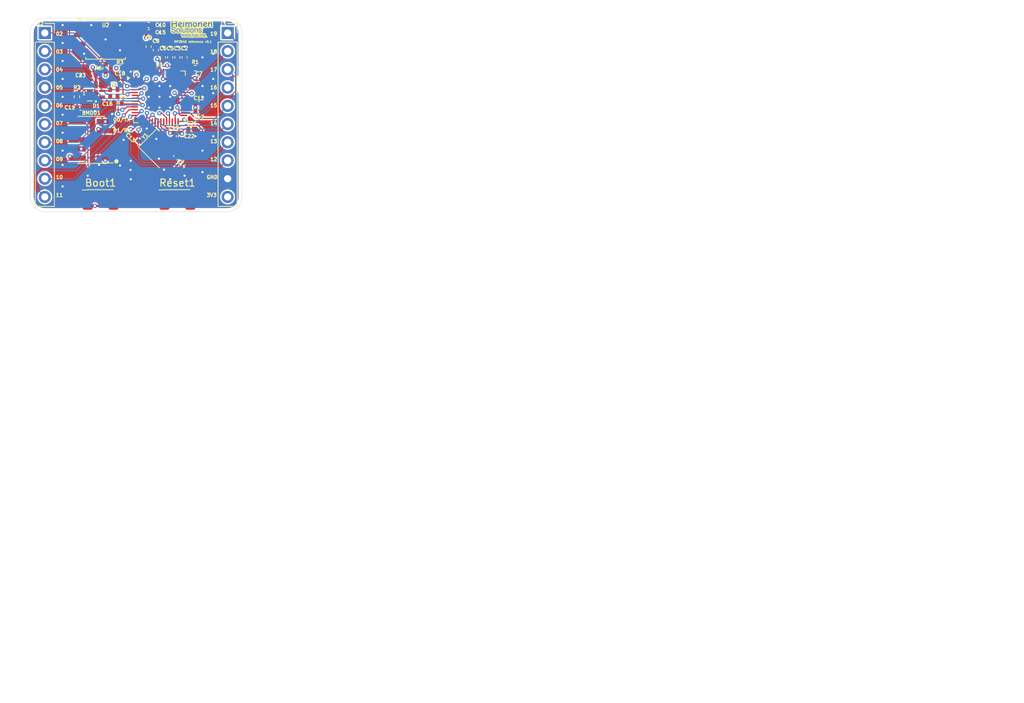
<source format=kicad_pcb>
(kicad_pcb (version 20241229) (generator "pcbnew") (generator_version "9.0")
  (layers (0 "F.Cu" signal) (4 "In1.Cu" signal) (6 "In2.Cu" signal) (2 "B.Cu" signal) (13 "F.Paste" user) (15 "B.Paste" user) (5 "F.SilkS" user "F.Silkscreen") (7 "B.SilkS" user "B.Silkscreen") (1 "F.Mask" user) (3 "B.Mask" user) (25 "Edge.Cuts" user))
  (net 0 "")
  (net 1 "GND")
  (net 2 "IOVDD")
  (net 3 "DVDD")
  (net 4 "nRst")
  (net 5 "Net-(U1-XIN)")
  (net 6 "Net-(U1-XOUT)")
  (net 8 "Net-(D1-SDI)")
  (net 9 "Net-(D1-CKI)")
  (net 11 "TX")
  (net 12 "RX")
  (net 13 "SWDCLK")
  (net 14 "SWDIO")
  (net 17 "GPIO8")
  (net 18 "GPIO7")
  (net 19 "GPIO10")
  (net 20 "GPIO2")
  (net 21 "GPIO5")
  (net 22 "GPIO11")
  (net 23 "GPIO4")
  (net 24 "GPIO9")
  (net 25 "GPIO3")
  (net 26 "GPIO6")
  (net 27 "GPIO16")
  (net 28 "GPIO12")
  (net 29 "GPIO13")
  (net 30 "GPIO14")
  (net 31 "GPIO17")
  (net 32 "GPIO15")
  (net 33 "GPIO19")
  (net 34 "GPIO18")
  (net 35 "ADC_AVDD")
  (net 36 "QSPI_SS")
  (net 37 "SDI")
  (net 38 "CKI")
  (net 41 "QSPI_SCLK")
  (net 43 "QSPI_SD3")
  (net 45 "GPIO20")
  (net 46 "QSPI_SD0")
  (net 48 "QSPI_SD1")
  (net 49 "QSPI_SD2")
  (net 50 "GPIO21")
  (net 51 "GPIO22")
  (net 52 "GPIO23")
  (net 54 "Net-(Boot1-Pad2)")
  (footprint "Capacitor_SMD:C_0402_1005Metric" (layer "F.Cu") (at 115.5 98 180)
    (property "Reference" "C11")
    (property "Value" "100nF")
  )
  (footprint "Capacitor_SMD:C_0402_1005Metric" (layer "F.Cu") (at 128 91 -90)
    (property "Reference" "C5")
    (property "Value" "100nF")
  )
  (footprint "Capacitor_SMD:C_0402_1005Metric" (layer "F.Cu") (at 125 86.5)
    (property "Reference" "C10")
    (property "Value" "22uF")
  )
  (footprint "Library:ABRACON ABM8-272-T3" (layer "F.Cu") (at 126.25 103.75 -45)
    (property "Reference" "Y1")
    (property "Value" "12mhz ABM8-272-T")
  )
  (footprint "Capacitor_SMD:C_0402_1005Metric" (layer "F.Cu") (at 117.15 93.5)
    (property "Reference" "C23")
    (property "Value" "100nF")
  )
  (footprint "Resistor_SMD:R_0402_1005Metric" (layer "F.Cu") (at 121 92.5 180)
    (property "Reference" "R3")
    (property "Value" "10k")
  )
  (footprint "Capacitor_SMD:C_0402_1005Metric" (layer "F.Cu") (at 130 91 -90)
    (property "Reference" "C2")
    (property "Value" "100nF")
  )
  (footprint "Button_Switch_SMD:SW_SPST_EVQP7A" (layer "F.Cu") (at 129 111)
    (property "Reference" "Reset1")
    (property "Value" "SW_Push")
  )
  (footprint "Capacitor_SMD:C_0402_1005Metric" (layer "F.Cu") (at 126 90 -90)
    (property "Reference" "C8")
    (property "Value" "100nF")
  )
  (footprint "Capacitor_SMD:C_0402_1005Metric" (layer "F.Cu") (at 129.5 102 90)
    (property "Reference" "C22")
    (property "Value" "1uF")
  )
  (footprint "Connector_PinSocket_2.54mm:PinSocket_1x10_P2.54mm_Vertical" (layer "F.Cu") (at 110.525 87.6)
    (property "Reference" "J2")
    (property "Value" "Conn_01x10_Pin")
  )
  (footprint "Resistor_SMD:R_0402_1005Metric" (layer "F.Cu") (at 115 96.5 90)
    (property "Reference" "R2")
    (property "Value" "10k")
  )
  (footprint "Capacitor_SMD:C_0402_1005Metric" (layer "F.Cu") (at 125 89.5 -90)
    (property "Reference" "C9")
    (property "Value" "1uF")
  )
  (footprint "Capacitor_SMD:C_0402_1005Metric" (layer "F.Cu") (at 132 94 180)
    (property "Reference" "C7")
    (property "Value" "100nF")
  )
  (footprint "Button_Switch_SMD:SW_SPST_EVQP7A" (layer "F.Cu") (at 118.3 111)
    (property "Reference" "Boot1")
    (property "Value" "SW_Push")
  )
  (footprint "Capacitor_SMD:C_0402_1005Metric" (layer "F.Cu") (at 132 98.5)
    (property "Reference" "C12")
    (property "Value" "22uF")
  )
  (footprint "Package_SO:SOIC-8_5.3x5.3mm_P1.27mm" (layer "F.Cu") (at 119 88.5)
    (property "Reference" "U2")
    (property "Value" "W25Q128JVS")
  )
  (footprint "logos:logo-smaller" (layer "F.Cu") (at 131 87)
    (property "Reference" "G***" (hide yes))
    (property "Value" "LOGO" (hide yes))
  )
  (footprint "Capacitor_SMD:C_0402_1005Metric" (layer "F.Cu") (at 128.75 105 45)
    (property "Reference" "C14")
    (property "Value" "10pF")
  )
  (footprint "Resistor_SMD:R_0402_1005Metric" (layer "F.Cu") (at 131.5 92.5 180)
    (property "Reference" "R1")
    (property "Value" "10ohm")
  )
  (footprint "Capacitor_SMD:C_0402_1005Metric" (layer "F.Cu") (at 128.5 102 90)
    (property "Reference" "C19")
    (property "Value" "100nF")
  )
  (footprint "Capacitor_SMD:C_0402_1005Metric" (layer "F.Cu") (at 131 101 180)
    (property "Reference" "C21")
    (property "Value" "100nF")
  )
  (footprint "Resistor_SMD:R_0402_1005Metric" (layer "F.Cu") (at 120.15 95.5 180)
    (property "Reference" "R5")
    (property "Value" "220ohm")
  )
  (footprint "Capacitor_SMD:C_0402_1005Metric" (layer "F.Cu") (at 121 94)
    (property "Reference" "C18")
    (property "Value" "100nF")
  )
  (footprint "Capacitor_SMD:C_0402_1005Metric" (layer "F.Cu") (at 125 87.5 180)
    (property "Reference" "C15")
    (property "Value" "100nF")
  )
  (footprint "Package_DFN_QFN:QFN-56-1EP_7x7mm_P0.4mm_EP3.2x3.2mm" (layer "F.Cu") (at 126.5 96.5)
    (property "Reference" "U1")
    (property "Value" "RP2040")
  )
  (footprint "Capacitor_SMD:C_0402_1005Metric" (layer "F.Cu") (at 132 97.5 180)
    (property "Reference" "C17")
    (property "Value" "100nF")
  )
  (footprint "Connector_PinHeader_1.27mm:PinHeader_2x05_P1.27mm_Vertical_SMD" (layer "F.Cu") (at 117 102.5 180)
    (property "Reference" "BMDU1")
    (property "Value" "Conn_02x05_Odd_Even")
  )
  (footprint "LED_SMD:LED-APA102-2020" (layer "F.Cu") (at 117.65 95.67)
    (property "Reference" "D1")
    (property "Value" "APA102-2020")
  )
  (footprint "Connector_PinSocket_2.54mm:PinSocket_1x10_P2.54mm_Vertical" (layer "F.Cu") (at 136 87.6)
    (property "Reference" "J3")
    (property "Value" "Conn_01x10_Pin")
  )
  (footprint "Capacitor_SMD:C_0402_1005Metric" (layer "F.Cu") (at 127 91 -90)
    (property "Reference" "C6")
    (property "Value" "1uF")
  )
  (footprint "Capacitor_SMD:C_0402_1005Metric" (layer "F.Cu") (at 123.25 103 45)
    (property "Reference" "C13")
    (property "Value" "10pF")
  )
  (footprint "Capacitor_SMD:C_0402_1005Metric" (layer "F.Cu") (at 120.748977 97.476247)
    (property "Reference" "C16")
    (property "Value" "100nF")
  )
  (footprint "Resistor_SMD:R_0402_1005Metric" (layer "F.Cu") (at 119 92.51 90)
    (property "Reference" "R6")
    (property "Value" "220ohm")
  )
  (footprint "Resistor_SMD:R_0402_1005Metric" (layer "F.Cu") (at 120.15 96.5 180)
    (property "Reference" "R4")
    (property "Value" "220ohm")
  )
  (footprint "Capacitor_SMD:C_0402_1005Metric" (layer "F.Cu") (at 129 91 -90)
    (property "Reference" "C3")
    (property "Value" "1uF")
  )
  (gr_circle (center 120.5 105.5) (end 120.5 105.5) (stroke (width 0.3)) (fill no) (layer "F.SilkS"))
  (gr_line (start 110.5 85.5) (end 136 85.5) (stroke (width 0.05)) (layer "Edge.Cuts"))
  (gr_arc (start 110.5 112.5) (mid 109.085786 111.914214) (end 108.5 110.5) (stroke (width 0.05)) (layer "Edge.Cuts"))
  (gr_line (start 138 110.5) (end 138 87.5) (stroke (width 0.05)) (layer "Edge.Cuts"))
  (gr_arc (start 108.5 87.5) (mid 109.085786 86.085786) (end 110.5 85.5) (stroke (width 0.05)) (layer "Edge.Cuts"))
  (gr_arc (start 138 110.5) (mid 137.414214 111.914214) (end 136 112.5) (stroke (width 0.05)) (layer "Edge.Cuts"))
  (gr_line (start 136 112.5) (end 110.5 112.5) (stroke (width 0.05)) (layer "Edge.Cuts"))
  (gr_line (start 108.5 110.5) (end 108.5 87.5) (stroke (width 0.05)) (layer "Edge.Cuts"))
  (gr_arc (start 136 85.5) (mid 137.414214 86.085786) (end 138 87.5) (stroke (width 0.05)) (layer "Edge.Cuts"))
  (gr_text "13" (at 133.5 103 0) (layer "F.SilkS") (effects (font (size 0.5 0.5) (thickness 0.125) (bold yes)) (justify left bottom)))
  (gr_text "GND" (at 133 108 0) (layer "F.SilkS") (effects (font (size 0.5 0.5) (thickness 0.125) (bold yes)) (justify left bottom)))
  (gr_text "03" (at 112 90.5 0) (layer "F.SilkS") (effects (font (size 0.5 0.5) (thickness 0.125) (bold yes)) (justify left bottom)))
  (gr_text "06" (at 112 98 0) (layer "F.SilkS") (effects (font (size 0.5 0.5) (thickness 0.125) (bold yes)) (justify left bottom)))
  (gr_text "12" (at 133.5 105.5 0) (layer "F.SilkS") (effects (font (size 0.5 0.5) (thickness 0.125) (bold yes)) (justify left bottom)))
  (gr_text "14" (at 133.5 100.5 0) (layer "F.SilkS") (effects (font (size 0.5 0.5) (thickness 0.125) (bold yes)) (justify left bottom)))
  (gr_text "11" (at 112 110.5 0) (layer "F.SilkS") (effects (font (size 0.5 0.5) (thickness 0.125) (bold yes)) (justify left bottom)))
  (gr_text "09" (at 112 105.5 0) (layer "F.SilkS") (effects (font (size 0.5 0.5) (thickness 0.125) (bold yes)) (justify left bottom)))
  (gr_text "04" (at 112 93 0) (layer "F.SilkS") (effects (font (size 0.5 0.5) (thickness 0.125) (bold yes)) (justify left bottom)))
  (gr_text "00/TX" (at 120 100 0) (layer "F.SilkS") (effects (font (size 0.5 0.5) (thickness 0.125) (bold yes)) (justify left bottom)))
  (gr_text "01/RX" (at 120 101.5 0) (layer "F.SilkS") (effects (font (size 0.5 0.5) (thickness 0.125) (bold yes)) (justify left bottom)))
  (gr_text "3V3" (at 133 110.5 0) (layer "F.SilkS") (effects (font (size 0.5 0.5) (thickness 0.125) (bold yes)) (justify left bottom)))
  (gr_text "18" (at 133.5 90.5 0) (layer "F.SilkS") (effects (font (size 0.5 0.5) (thickness 0.125) (bold yes)) (justify left bottom)))
  (gr_text "08" (at 112 103 0) (layer "F.SilkS") (effects (font (size 0.5 0.5) (thickness 0.125) (bold yes)) (justify left bottom)))
  (gr_text "07" (at 112 100.5 0) (layer "F.SilkS") (effects (font (size 0.5 0.5) (thickness 0.125) (bold yes)) (justify left bottom)))
  (gr_text "19" (at 133.5 88 0) (layer "F.SilkS") (effects (font (size 0.5 0.5) (thickness 0.125) (bold yes)) (justify left bottom)))
  (gr_text "15" (at 133.5 98 0) (layer "F.SilkS") (effects (font (size 0.5 0.5) (thickness 0.125) (bold yes)) (justify left bottom)))
  (gr_text "16" (at 133.5 95.5 0) (layer "F.SilkS") (effects (font (size 0.5 0.5) (thickness 0.125) (bold yes)) (justify left bottom)))
  (gr_text "10" (at 112 108 0) (layer "F.SilkS") (effects (font (size 0.5 0.5) (thickness 0.125) (bold yes)) (justify left bottom)))
  (gr_text "17" (at 133.5 93 0) (layer "F.SilkS") (effects (font (size 0.5 0.5) (thickness 0.125) (bold yes)) (justify left bottom)))
  (gr_text "RP2040 reference v0.1" (at 128.5 89 0) (layer "F.SilkS") (effects (font (size 0.3 0.3) (thickness 0.075)) (justify left bottom)))
  (gr_text "05" (at 112 95.5 0) (layer "F.SilkS") (effects (font (size 0.5 0.5) (thickness 0.125) (bold yes)) (justify left bottom)))
  (gr_text "02" (at 112 88 0) (layer "F.SilkS") (effects (font (size 0.5 0.5) (thickness 0.125) (bold yes)) (justify left bottom)))
  (segment (start 121.106 93.414) (end 120.52 94) (width 0.15) (layer "F.Cu") (net 1))
  (segment (start 125.5 99.9375) (end 125.5 100.43742) (width 0.15) (layer "F.Cu") (net 1))
  (segment (start 118.424 93.348984) (end 118.424 94.694) (width 0.15) (layer "F.Cu") (net 1))
  (segment (start 122.5 93) (end 122.086 93.414) (width 0.15) (layer "F.Cu") (net 1))
  (segment (start 118 92.924984) (end 118.424 93.348984) (width 0.15) (layer "F.Cu") (net 1))
  (segment (start 118.65 94.77) (end 118.5 94.77) (width 0.15) (layer "F.Cu") (net 1))
  (segment (start 122.086 93.414) (end 121.106 93.414) (width 0.15) (layer "F.Cu") (net 1))
  (segment (start 125.011685 100.925735) (end 124.725735 100.925735) (width 0.15) (layer "F.Cu") (net 1))
  (segment (start 120.52 94) (end 119.42 94) (width 0.15) (layer "F.Cu") (net 1))
  (segment (start 119.42 94) (end 118.65 94.77) (width 0.15) (layer "F.Cu") (net 1))
  (segment (start 125.5 100.43742) (end 125.011685 100.925735) (width 0.15) (layer "F.Cu") (net 1))
  (segment (start 118 92.5) (end 118 92.924984) (width 0.15) (layer "F.Cu") (net 1))
  (segment (start 118.424 94.694) (end 118.5 94.77) (width 0.15) (layer "F.Cu") (net 1))
  (via (at 122.464139 106.690058) (size 0.6) (drill 0.3) (layers "F.Cu" "B.Cu") (net 1))
  (via (at 121 90) (size 0.6) (drill 0.3) (layers "F.Cu" "B.Cu") (net 1))
  (via (at 132.5 95) (size 0.6) (drill 0.3) (layers "F.Cu" "B.Cu") (net 1))
  (via (at 113 106) (size 0.6) (drill 0.3) (layers "F.Cu" "B.Cu") (net 1))
  (via (at 130 107.5) (size 0.6) (drill 0.3) (layers "F.Cu" "B.Cu") (net 1))
  (via (at 130 89.5) (size 0.6) (drill 0.3) (layers "F.Cu" "B.Cu") (net 1))
  (via (at 126.5 87.5) (size 0.6) (drill 0.3) (layers "F.Cu" "B.Cu") (net 1))
  (via (at 128 108) (size 0.6) (drill 0.3) (layers "F.Cu" "B.Cu") (net 1))
  (via (at 128 95) (size 0.6) (drill 0.3) (layers "F.Cu" "B.Cu") (net 1))
  (via (at 121.5 102.5) (size 0.6) (drill 0.3) (layers "F.Cu" "B.Cu") (net 1))
  (via (at 113 89) (size 0.6) (drill 0.3) (layers "F.Cu" "B.Cu") (net 1))
  (via (at 127.127369 106.654915) (size 0.6) (drill 0.3) (layers "F.Cu" "B.Cu") (net 1))
  (via (at 124.725735 100.925735) (size 0.6) (drill 0.3) (layers "F.Cu" "B.Cu") (net 1))
  (via (at 121 106.075) (size 0.6) (drill 0.3) (layers "F.Cu" "B.Cu") (net 1))
  (via (at 113 96.5) (size 0.6) (drill 0.3) (layers "F.Cu" "B.Cu") (net 1))
  (via (at 126.426778 105.128859) (size 0.6) (drill 0.3) (layers "F.Cu" "B.Cu") (net 1))
  (via (at 132.5 104) (size 0.6) (drill 0.3) (layers "F.Cu" "B.Cu") (net 1))
  (via (at 122.5 93) (size 0.6) (drill 0.3) (layers "F.Cu" "B.Cu") (net 1))
  (via (at 113 94) (size 0.6) (drill 0.3) (layers "F.Cu" "B.Cu") (net 1))
  (via (at 113 99) (size 0.6) (drill 0.3) (layers "F.Cu" "B.Cu") (net 1))
  (via (at 128 89.5) (size 0.6) (drill 0.3) (layers "F.Cu" "B.Cu") (net 1))
  (via (at 113 91.5) (size 0.6) (drill 0.3) (layers "F.Cu" "B.Cu") (net 1))
  (via (at 127 89.5) (size 0.6) (drill 0.3) (layers "F.Cu" "B.Cu") (net 1))
  (via (at 126.5 95) (size 0.6) (drill 0.3) (layers "F.Cu" "B.Cu") (net 1))
  (via (at 113 104) (size 0.6) (drill 0.3) (layers "F.Cu" "B.Cu") (net 1))
  (via (at 126.5 96.5) (size 0.6) (drill 0.3) (layers "F.Cu" "B.Cu") (net 1))
  (via (at 113 109) (size 0.6) (drill 0.3) (layers "F.Cu" "B.Cu") (net 1))
  (via (at 117.638267 97.143741) (size 0.6) (drill 0.3) (layers "F.Cu" "B.Cu") (net 1))
  (via (at 117.5 98.5) (size 0.6) (drill 0.3) (layers "F.Cu" "B.Cu") (net 1))
  (via (at 119.90973 98.912126) (size 0.6) (drill 0.3) (layers "F.Cu" "B.Cu") (net 1))
  (via (at 126 88.5) (size 0.6) (drill 0.3) (layers "F.Cu" "B.Cu") (net 1))
  (via (at 128 98) (size 0.6) (drill 0.3) (layers "F.Cu" "B.Cu") (net 1))
  (via (at 113 101.5) (size 0.6) (drill 0.3) (layers "F.Cu" "B.Cu") (net 1))
  (via (at 129 89.5) (size 0.6) (drill 0.3) (layers "F.Cu" "B.Cu") (net 1))
  (via (at 132.5 107) (size 0.6) (drill 0.3) (layers "F.Cu" "B.Cu") (net 1))
  (via (at 126.5 98) (size 0.6) (drill 0.3) (layers "F.Cu" "B.Cu") (net 1))
  (via (at 118 92.5) (size 0.6) (drill 0.3) (layers "F.Cu" "B.Cu") (net 1))
  (via (at 122.5 105.425) (size 0.6) (drill 0.3) (layers "F.Cu" "B.Cu") (net 1))
  (via (at 122.5 108) (size 0.6) (drill 0.3) (layers "F.Cu" "B.Cu") (net 1))
  (via (at 113 86.5) (size 0.6) (drill 0.3) (layers "F.Cu" "B.Cu") (net 1))
  (via (at 128 96.5) (size 0.6) (drill 0.3) (layers "F.Cu" "B.Cu") (net 1))
  (via (at 119 88.5) (size 0.6) (drill 0.3) (layers "F.Cu" "B.Cu") (net 1))
  (via (at 125 98) (size 0.6) (drill 0.3) (layers "F.Cu" "B.Cu") (net 1))
  (via (at 134 102) (size 0.6) (drill 0.3) (layers "F.Cu" "B.Cu") (net 1))
  (via (at 118.072293 106) (size 0.6) (drill 0.3) (layers "F.Cu" "B.Cu") (net 1))
  (via (at 117 86.5) (size 0.6) (drill 0.3) (layers "F.Cu" "B.Cu") (net 1))
  (via (at 115.5 93.5) (size 0.6) (drill 0.3) (layers "F.Cu" "B.Cu") (net 1))
  (via (at 125 96.5) (size 0.6) (drill 0.3) (layers "F.Cu" "B.Cu") (net 1))
  (via (at 126.073222 102.371141) (size 0.6) (drill 0.3) (layers "F.Cu" "B.Cu") (net 1))
  (via (at 134 96) (size 0.6) (drill 0.3) (layers "F.Cu" "B.Cu") (net 1))
  (via (at 121 86.5) (size 0.6) (drill 0.3) (layers "F.Cu" "B.Cu") (net 1))
  (via (at 116.5 107.5) (size 0.6) (drill 0.3) (layers "F.Cu" "B.Cu") (net 1))
  (via (at 116 90.5) (size 0.6) (drill 0.3) (layers "F.Cu" "B.Cu") (net 1))
  (via (at 134 94) (size 0.6) (drill 0.3) (layers "F.Cu" "B.Cu") (net 1))
  (via (at 126.5 86.5) (size 0.6) (drill 0.3) (layers "F.Cu" "B.Cu") (net 1))
  (via (at 131.5 102) (size 0.6) (drill 0.3) (layers "F.Cu" "B.Cu") (net 1))
  (via (at 132.5 91) (size 0.6) (drill 0.3) (layers "F.Cu" "B.Cu") (net 1))
  (via (at 134 90.5) (size 0.6) (drill 0.3) (layers "F.Cu" "B.Cu") (net 1))
  (via (at 132.5 96.5) (size 0.6) (drill 0.3) (layers "F.Cu" "B.Cu") (net 1))
  (segment (start 115 95.99) (end 116.22 94.77) (width 0.3) (layer "F.Cu") (net 2))
  (segment (start 117.207068 92.393895) (end 117.301 92.487827) (width 0.3) (layer "F.Cu") (net 2))
  (segment (start 130 91.48) (end 129 91.48) (width 0.15) (layer "F.Cu") (net 2))
  (segment (start 129.9375 97.5) (end 131.52 97.5) (width 0.15) (layer "F.Cu") (net 2))
  (segment (start 131.52 94) (end 131.42 93.9) (width 0.15) (layer "F.Cu") (net 2))
  (segment (start 124.663814 88.260727) (end 124.663814 87.643814) (width 0.4) (layer "F.Cu") (net 2))
  (segment (start 128.02 101.52) (end 128.5 101.52) (width 0.15) (layer "F.Cu") (net 2))
  (segment (start 123.3 93.425) (end 123.3 93.6625) (width 0.15) (layer "F.Cu") (net 2))
  (segment (start 126.197335 91.240878) (end 126.197335 90.677335) (width 0.15) (layer "F.Cu") (net 2))
  (segment (start 127.694256 101.194256) (end 128.02 101.52) (width 0.15) (layer "F.Cu") (net 2))
  (segment (start 123.3 93.6625) (end 123.0625 93.9) (width 0.15) (layer "F.Cu") (net 2))
  (segment (start 116.22 94.77) (end 116.8 94.77) (width 0.3) (layer "F.Cu") (net 2))
  (segment (start 122.5875 86.595) (end 124.425 86.595) (width 0.3) (layer "F.Cu") (net 2))
  (segment (start 128.7 91.78) (end 129 91.48) (width 0.15) (layer "F.Cu") (net 2))
  (segment (start 124.52 86.5) (end 124.52 87.5) (width 0.3) (layer "F.Cu") (net 2))
  (segment (start 124.663814 87.643814) (end 124.52 87.5) (width 0.15) (layer "F.Cu") (net 2))
  (segment (start 121.424 97.444) (end 121.424 94.056) (width 0.15) (layer "F.Cu") (net 2))
  (segment (start 131.52 97.5) (end 131.52 98.5) (width 0.15) (layer "F.Cu") (net 2))
  (segment (start 117.63 93.5) (end 117.63 94.82) (width 0.3) (layer "F.Cu") (net 2))
  (segment (start 121.48 94) (end 121.58 93.9) (width 0.15) (layer "F.Cu") (net 2))
  (segment (start 117.63 94.82) (end 117.65 94.84) (width 0.3) (layer "F.Cu") (net 2))
  (segment (start 128.5 101.52) (end 128.055 101.52) (width 0.15) (layer "F.Cu") (net 2))
  (segment (start 121.48 97.5) (end 123.0625 97.5) (width 0.15) (layer "F.Cu") (net 2))
  (segment (start 126.7 100.43742) (end 126.676 100.46142) (width 0.15) (layer "F.Cu") (net 2))
  (segment (start 116.8 94.77) (end 117.58 94.77) (width 0.3) (layer "F.Cu") (net 2))
  (segment (start 121.48 97.5) (end 121.424 97.444) (width 0.15) (layer "F.Cu") (net 2))
  (segment (start 128.7 93.0625) (end 128.7 91.78) (width 0.15) (layer "F.Cu") (net 2))
  (segment (start 128.6 93.9) (end 128.5 94) (width 0.3) (layer "F.Cu") (net 2))
  (segment (start 126.197335 90.677335) (end 126 90.48) (width 0.15) (layer "F.Cu") (net 2))
  (segment (start 131.42 93.9) (end 129.9375 93.9) (width 0.3) (layer "F.Cu") (net 2))
  (segment (start 128.7 93.8) (end 128.7 93.0625) (width 0.15) (layer "F.Cu") (net 2))
  (segment (start 117.58 94.77) (end 117.65 94.84) (width 0.3) (layer "F.Cu") (net 2))
  (segment (start 117.301 92.487827) (end 117.301 93.171) (width 0.3) (layer "F.Cu") (net 2))
  (segment (start 126.7 99.9375) (end 126.7 100.43742) (width 0.15) (layer "F.Cu") (net 2))
  (segment (start 128.5 94) (end 127 94) (width 0.3) (layer "F.Cu") (net 2))
  (segment (start 124.425 86.595) (end 124.52 86.5) (width 0.15) (layer "F.Cu") (net 2))
  (segment (start 131.52 94) (end 131.576 94.056) (width 0.15) (layer "F.Cu") (net 2))
  (segment (start 127 94) (end 127 93.1625) (width 0.15) (layer "F.Cu") (net 2))
  (segment (start 127.1 92.6) (end 127.1 93.0625) (width 0.15) (layer "F.Cu") (net 2))
  (segment (start 127.226 101.194256) (end 127.694256 101.194256) (width 0.15) (layer "F.Cu") (net 2))
  (segment (start 126 90.48) (end 125.5 90.48) (width 0.4) (layer "F.Cu") (net 2))
  (segment (start 127 93.1625) (end 127.1 93.0625) (width 0.15) (layer "F.Cu") (net 2))
  (segment (start 121.58 93.9) (end 123.0625 93.9) (width 0.15) (layer "F.Cu") (net 2))
  (segment (start 131.576 97.444) (end 131.52 97.5) (width 0.15) (layer "F.Cu") (net 2))
  (segment (start 128.055 101.52) (end 128 101.575) (width 0.15) (layer "F.Cu") (net 2))
  (segment (start 117.301 93.171) (end 117.63 93.5) (width 0.3) (layer "F.Cu") (net 2))
  (segment (start 125.5 90.48) (end 125 89.98) (width 0.4) (layer "F.Cu") (net 2))
  (segment (start 128.6 93.9) (end 129.9375 93.9) (width 0.3) (layer "F.Cu") (net 2))
  (segment (start 126.7 93.0625) (end 127.1 93.0625) (width 0.15) (layer "F.Cu") (net 2))
  (segment (start 132.01 92.5) (end 132.01 93.51) (width 0.15) (layer "F.Cu") (net 2))
  (segment (start 126.676 100.644256) (end 127.226 101.194256) (width 0.15) (layer "F.Cu") (net 2))
  (segment (start 121.424 94.056) (end 121.48 94) (width 0.15) (layer "F.Cu") (net 2))
  (segment (start 132.01 93.51) (end 131.52 94) (width 0.15) (layer "F.Cu") (net 2))
  (segment (start 126.676 100.46142) (end 126.676 100.644256) (width 0.15) (layer "F.Cu") (net 2))
  (via (at 124.663814 88.260727) (size 0.6) (drill 0.3) (layers "F.Cu" "B.Cu") (net 2))
  (via (at 126.197335 91.240878) (size 0.6) (drill 0.3) (layers "F.Cu" "B.Cu") (net 2))
  (via (at 123.3 93.425) (size 0.6) (drill 0.3) (layers "F.Cu" "B.Cu") (net 2))
  (via (at 131.52 98) (size 0.6) (drill 0.3) (layers "F.Cu" "B.Cu") (net 2))
  (via (at 127 94) (size 0.6) (drill 0.3) (layers "F.Cu" "B.Cu") (net 2))
  (via (at 128 101.575) (size 0.6) (drill 0.3) (layers "F.Cu" "B.Cu") (net 2))
  (via (at 131.423413 93.903413) (size 0.6) (drill 0.3) (layers "F.Cu" "B.Cu") (net 2))
  (via (at 118.95 105.38) (size 0.6) (drill 0.3) (layers "F.Cu" "B.Cu") (net 2))
  (via (at 117.207068 92.393895) (size 0.6) (drill 0.3) (layers "F.Cu" "B.Cu") (net 2))
  (via (at 120.49 92.5) (size 0.6) (drill 0.3) (layers "F.Cu" "B.Cu") (net 2))
  (segment (start 127 93) (end 127 94) (width 0.3) (layer "B.Cu") (net 2))
  (segment (start 126.5 92.5) (end 127 93) (width 0.3) (layer "B.Cu") (net 2))
  (segment (start 126.197335 91.240878) (end 126.240878 91.240878) (width 0.15) (layer "B.Cu") (net 2))
  (segment (start 126.5 91.5) (end 126.5 92.5) (width 0.3) (layer "B.Cu") (net 2))
  (segment (start 126.240878 91.240878) (end 126.5 91.5) (width 0.3) (layer "B.Cu") (net 2))
  (segment (start 128.957 100.977) (end 128.982 101.002) (width 0.1) (layer "F.Cu") (net 3))
  (segment (start 127.5 92.2) (end 127.575 92.125) (width 0.15) (layer "F.Cu") (net 3))
  (segment (start 127 91.48) (end 126.3 92.18) (width 0.15) (layer "F.Cu") (net 3))
  (segment (start 128.982 101.002) (end 128.884194 101.002) (width 0.15) (layer "F.Cu") (net 3))
  (segment (start 126.61358 92.249) (end 127.5 92.249) (width 0.15) (layer "F.Cu") (net 3))
  (segment (start 128.3 91.78) (end 128 91.48) (width 0.15) (layer "F.Cu") (net 3))
  (segment (start 126.3 92.56258) (end 126.61358 92.249) (width 0.15) (layer "F.Cu") (net 3))
  (segment (start 129.52 101.52) (end 129.643606 101.643606) (width 0.15) (layer "F.Cu") (net 3))
  (segment (start 126.3 93.0625) (end 126.3 92.56258) (width 0.15) (layer "F.Cu") (net 3))
  (segment (start 128.343192 100.977) (end 128.957 100.977) (width 0.1) (layer "F.Cu") (net 3))
  (segment (start 127.5 92.249) (end 128.049 92.249) (width 0.15) (layer "F.Cu") (net 3))
  (segment (start 130.02 101) (end 129.5 101.52) (width 0.15) (layer "F.Cu") (net 3))
  (segment (start 127.1 99.9375) (end 127.1 100.43742) (width 0.15) (layer "F.Cu") (net 3))
  (segment (start 128.049 92.249) (end 128.3 92.5) (width 0.15) (layer "F.Cu") (net 3))
  (segment (start 130.52 101) (end 130.02 101) (width 0.15) (layer "F.Cu") (net 3))
  (segment (start 128.3 93.0625) (end 128.3 92.5) (width 0.15) (layer "F.Cu") (net 3))
  (segment (start 127.1 100.43742) (end 127.505836 100.843256) (width 0.15) (layer "F.Cu") (net 3))
  (segment (start 126.3 92.18) (end 126.3 93.0625) (width 0.15) (layer "F.Cu") (net 3))
  (segment (start 127.505836 100.843256) (end 128.209448 100.843256) (width 0.15) (layer "F.Cu") (net 3))
  (segment (start 129.5 101.52) (end 128.982 101.002) (width 0.15) (layer "F.Cu") (net 3))
  (segment (start 128.209448 100.843256) (end 128.343192 100.977) (width 0.1) (layer "F.Cu") (net 3))
  (segment (start 129.5 101.52) (end 129.52 101.52) (width 0.15) (layer "F.Cu") (net 3))
  (segment (start 127.5 92.249) (end 127.5 92.2) (width 0.15) (layer "F.Cu") (net 3))
  (segment (start 128.3 92.5) (end 128.3 91.78) (width 0.15) (layer "F.Cu") (net 3))
  (via (at 129.643606 101.643606) (size 0.6) (drill 0.3) (layers "F.Cu" "B.Cu") (net 3))
  (via (at 127.575 92.125) (size 0.6) (drill 0.3) (layers "F.Cu" "B.Cu") (net 3))
  (segment (start 115.902 99.96) (end 115.05 99.96) (width 0.15) (layer "F.Cu") (net 4))
  (segment (start 129 106) (end 129 111.72) (width 0.15) (layer "F.Cu") (net 4))
  (segment (start 132.5 101.117806) (end 132.5 102.5) (width 0.15) (layer "F.Cu") (net 4))
  (segment (start 130.8 111.72) (end 129 111.72) (width 0.3) (layer "F.Cu") (net 4))
  (segment (start 115.02 97.03) (end 115 97.01) (width 0.2) (layer "F.Cu") (net 4))
  (segment (start 129.43742 100.5) (end 130.023612 100.5) (width 0.15) (layer "F.Cu") (net 4))
  (segment (start 129.28642 100.651) (end 129.43742 100.5) (width 0.15) (layer "F.Cu") (net 4))
  (segment (start 129 106) (end 127.733219 107.266781) (width 0.15) (layer "F.Cu") (net 4))
  (segment (start 116.526 100.584) (end 116.5 100.584) (width 0.15) (layer "F.Cu") (net 4))
  (segment (start 128.88642 100.651) (end 128.9 100.63742) (width 0.15) (layer "F.Cu") (net 4))
  (segment (start 115.05 99.96) (end 115.05 98.03) (width 0.2) (layer "F.Cu") (net 4))
  (segment (start 128.276 99.9135) (end 128.3 99.9375) (width 0.15) (layer "F.Cu") (net 4))
  (segment (start 115.05 99.96) (end 115.54 99.96) (width 0.2) (layer "F.Cu") (net 4))
  (segment (start 127.733219 107.266781) (end 117.766781 107.266781) (width 0.15) (layer "F.Cu") (net 4))
  (segment (start 115.02 98) (end 115.02 97.03) (width 0.2) (layer "F.Cu") (net 4))
  (segment (start 116.5 100.584) (end 116.5 100.558) (width 0.15) (layer "F.Cu") (net 4))
  (segment (start 128.3 99.9375) (end 128.3 100.43742) (width 0.15) (layer "F.Cu") (net 4))
  (segment (start 116.5 100.558) (end 115.902 99.96) (width 0.15) (layer "F.Cu") (net 4))
  (segment (start 130.023612 100.5) (end 130.109612 100.414) (width 0.15) (layer "F.Cu") (net 4))
  (segment (start 128.51358 100.651) (end 128.88642 100.651) (width 0.15) (layer "F.Cu") (net 4))
  (segment (start 132.5 102.5) (end 129 106) (width 0.15) (layer "F.Cu") (net 4))
  (segment (start 130.109612 100.414) (end 131.796194 100.414) (width 0.15) (layer "F.Cu") (net 4))
  (segment (start 129 111.72) (end 127.2 111.72) (width 0.3) (layer "F.Cu") (net 4))
  (segment (start 116.526 106.026) (end 116.526 100.584) (width 0.15) (layer "F.Cu") (net 4))
  (segment (start 128.3 100.43742) (end 128.51358 100.651) (width 0.15) (layer "F.Cu") (net 4))
  (segment (start 115.05 98.03) (end 115.02 98) (width 0.2) (layer "F.Cu") (net 4))
  (segment (start 128.9 100.63742) (end 128.91358 100.651) (width 0.15) (layer "F.Cu") (net 4))
  (segment (start 131.796194 100.414) (end 132.5 101.117806) (width 0.15) (layer "F.Cu") (net 4))
  (segment (start 117.766781 107.266781) (end 116.526 106.026) (width 0.15) (layer "F.Cu") (net 4))
  (segment (start 128.91358 100.651) (end 129.28642 100.651) (width 0.15) (layer "F.Cu") (net 4))
  (segment (start 124.871143 103.573223) (end 124.502045 103.573223) (width 0.2) (layer "F.Cu") (net 5))
  (segment (start 125.9 100.601413) (end 125.9 99.9375) (width 0.2) (layer "F.Cu") (net 5))
  (segment (start 124.871143 101.63027) (end 125.9 100.601413) (width 0.2) (layer "F.Cu") (net 5))
  (segment (start 124.502045 103.573223) (end 123.589411 102.660589) (width 0.2) (layer "F.Cu") (net 5))
  (segment (start 124.871143 103.573223) (end 124.871143 101.63027) (width 0.2) (layer "F.Cu") (net 5))
  (segment (start 127.628857 102.128857) (end 126.3 100.8) (width 0.2) (layer "F.Cu") (net 6))
  (segment (start 126.3 100.8) (end 126.3 99.9375) (width 0.2) (layer "F.Cu") (net 6))
  (segment (start 127.628857 103.926777) (end 127.628857 102.128857) (width 0.2) (layer "F.Cu") (net 6))
  (segment (start 128.362669 104.660589) (end 127.628857 103.926777) (width 0.2) (layer "F.Cu") (net 6))
  (segment (start 129.089411 104.660589) (end 128.362669 104.660589) (width 0.2) (layer "F.Cu") (net 6))
  (segment (start 118.5 95.67) (end 119.47 95.67) (width 0.15) (layer "F.Cu") (net 9))
  (segment (start 119.47 95.67) (end 119.64 95.5) (width 0.15) (layer "F.Cu") (net 9))
  (segment (start 124.720468 94) (end 124.420468 94.3) (width 0.15) (layer "F.Cu") (net 11))
  (segment (start 124.420468 94.3) (end 123.0625 94.3) (width 0.15) (layer "F.Cu") (net 11))
  (via (at 118.95 99.96) (size 0.6) (drill 0.3) (layers "F.Cu" "B.Cu") (net 11))
  (via (at 124.720468 94) (size 0.6) (drill 0.3) (layers "F.Cu" "B.Cu") (net 11))
  (segment (start 124.640857 94.576) (end 124.516857 94.7) (width 0.15) (layer "F.Cu") (net 12))
  (segment (start 124.516857 94.7) (end 123.0625 94.7) (width 0.15) (layer "F.Cu") (net 12))
  (segment (start 118.23 101.23) (end 118 101) (width 0.15) (layer "F.Cu") (net 12))
  (segment (start 118.95 101.23) (end 118.23 101.23) (width 0.15) (layer "F.Cu") (net 12))
  (segment (start 126 94) (end 125.424 94.576) (width 0.15) (layer "F.Cu") (net 12))
  (segment (start 125.424 94.576) (end 124.640857 94.576) (width 0.15) (layer "F.Cu") (net 12))
  (via (at 126 94) (size 0.6) (drill 0.3) (layers "F.Cu" "B.Cu") (net 12))
  (via (at 118 101) (size 0.6) (drill 0.3) (layers "F.Cu" "B.Cu") (net 12))
  (segment (start 126.5 98.800003) (end 126.862423 98.800003) (width 0.15) (layer "F.Cu") (net 13))
  (segment (start 126.862423 98.800003) (end 127.5 99.43758) (width 0.15) (layer "F.Cu") (net 13))
  (segment (start 127.5 99.43758) (end 127.5 99.9375) (width 0.15) (layer "F.Cu") (net 13))
  (via (at 126.5 98.800003) (size 0.6) (drill 0.3) (layers "F.Cu" "B.Cu") (net 13))
  (via (at 115.6 103.77) (size 0.6) (drill 0.3) (layers "F.Cu" "B.Cu") (net 13))
  (segment (start 127.687797 98.812203) (end 127.9 99.024406) (width 0.15) (layer "F.Cu") (net 14))
  (segment (start 114.235 105.04) (end 114 104.805) (width 0.15) (layer "F.Cu") (net 14))
  (segment (start 115.05 105.04) (end 114.235 105.04) (width 0.15) (layer "F.Cu") (net 14))
  (segment (start 127.9 99.024406) (end 127.9 99.9375) (width 0.15) (layer "F.Cu") (net 14))
  (via (at 114 104.805) (size 0.6) (drill 0.3) (layers "F.Cu" "B.Cu") (net 14))
  (via (at 127.687797 98.812203) (size 0.6) (drill 0.3) (layers "F.Cu" "B.Cu") (net 14))
  (segment (start 121.796194 98.086) (end 121.982194 97.9) (width 0.15) (layer "F.Cu") (net 17))
  (segment (start 121.324977 98.309999) (end 121.548976 98.086) (width 0.15) (layer "F.Cu") (net 17))
  (segment (start 121.982194 97.9) (end 123.0625 97.9) (width 0.15) (layer "F.Cu") (net 17))
  (segment (start 121.548976 98.086) (end 121.796194 98.086) (width 0.15) (layer "F.Cu") (net 17))
  (via (at 121.324977 98.309999) (size 0.6) (drill 0.3) (layers "F.Cu" "B.Cu") (net 17))
  (segment (start 115.16 102.84) (end 119.690001 98.309999) (width 0.15) (layer "B.Cu") (net 17))
  (segment (start 119.690001 98.309999) (end 121.324977 98.309999) (width 0.15) (layer "B.Cu") (net 17))
  (segment (start 110.525 102.84) (end 115.16 102.84) (width 0.15) (layer "B.Cu") (net 17))
  (segment (start 124.156587 97.656587) (end 123.6 97.1) (width 0.15) (layer "F.Cu") (net 18))
  (segment (start 123.6 97.1) (end 123.0625 97.1) (width 0.15) (layer "F.Cu") (net 18))
  (via (at 124.156587 97.656587) (size 0.6) (drill 0.3) (layers "F.Cu" "B.Cu") (net 18))
  (segment (start 119.343413 97.656587) (end 124.156587 97.656587) (width 0.15) (layer "B.Cu") (net 18))
  (segment (start 110.525 100.3) (end 116.7 100.3) (width 0.15) (layer "B.Cu") (net 18))
  (segment (start 116.7 100.3) (end 119.343413 97.656587) (width 0.15) (layer "B.Cu") (net 18))
  (segment (start 124 98.5) (end 123.8 98.7) (width 0.15) (layer "F.Cu") (net 19))
  (segment (start 123.8 98.7) (end 123.0625 98.7) (width 0.15) (layer "F.Cu") (net 19))
  (via (at 124 98.5) (size 0.6) (drill 0.3) (layers "F.Cu" "B.Cu") (net 19))
  (segment (start 114.58 107.92) (end 124 98.5) (width 0.15) (layer "B.Cu") (net 19))
  (segment (start 110.525 107.92) (end 114.58 107.92) (width 0.15) (layer "B.Cu") (net 19))
  (segment (start 123.0385 95.076) (end 123.0625 95.1) (width 0.15) (layer "F.Cu") (net 20))
  (segment (start 122.46258 95) (end 122.53858 95.076) (width 0.15) (layer "F.Cu") (net 20))
  (segment (start 122 95) (end 122.46258 95) (width 0.15) (layer "F.Cu") (net 20))
  (segment (start 122.53858 95.076) (end 123.0385 95.076) (width 0.15) (layer "F.Cu") (net 20))
  (via (at 122 95) (size 0.6) (drill 0.3) (layers "F.Cu" "B.Cu") (net 20))
  (segment (start 122 95) (end 114.6 87.6) (width 0.15) (layer "B.Cu") (net 20))
  (segment (start 114.6 87.6) (end 110.525 87.6) (width 0.15) (layer "B.Cu") (net 20))
  (segment (start 124 96) (end 123.7 96.3) (width 0.15) (layer "F.Cu") (net 21))
  (segment (start 123.7 96.3) (end 123.0625 96.3) (width 0.15) (layer "F.Cu") (net 21))
  (via (at 124 96) (size 0.6) (drill 0.3) (layers "F.Cu" "B.Cu") (net 21))
  (segment (start 110.805 95.5) (end 117.5 95.5) (width 0.15) (layer "B.Cu") (net 21))
  (segment (start 117.5 95.5) (end 118.727 96.727) (width 0.15) (layer "B.Cu") (net 21))
  (segment (start 110.525 95.22) (end 110.805 95.5) (width 0.15) (layer "B.Cu") (net 21))
  (segment (start 123.273 96.727) (end 124 96) (width 0.15) (layer "B.Cu") (net 21))
  (segment (start 118.727 96.727) (end 123.273 96.727) (width 0.15) (layer "B.Cu") (net 21))
  (segment (start 122.586827 99.1) (end 122.439018 99.247809) (width 0.15) (layer "F.Cu") (net 22))
  (segment (start 123.0625 99.1) (end 122.586827 99.1) (width 0.15) (layer "F.Cu") (net 22))
  (via (at 122.439018 99.247809) (size 0.6) (drill 0.3) (layers "F.Cu" "B.Cu") (net 22))
  (segment (start 110.525 110.46) (end 109.399 109.334) (width 0.15) (layer "B.Cu") (net 22))
  (segment (start 114.892826 106.794) (end 122.439018 99.247809) (width 0.15) (layer "B.Cu") (net 22))
  (segment (start 110.058595 106.794) (end 114.892826 106.794) (width 0.15) (layer "B.Cu") (net 22))
  (segment (start 109.399 107.453595) (end 110.058595 106.794) (width 0.15) (layer "B.Cu") (net 22))
  (segment (start 109.399 109.334) (end 109.399 107.453595) (width 0.15) (layer "B.Cu") (net 22))
  (segment (start 122.294391 95.9) (end 123.0625 95.9) (width 0.15) (layer "F.Cu") (net 23))
  (segment (start 122.043391 96.151) (end 122.294391 95.9) (width 0.15) (layer "F.Cu") (net 23))
  (via (at 122.043391 96.151) (size 0.6) (drill 0.3) (layers "F.Cu" "B.Cu") (net 23))
  (segment (start 115.68 92.68) (end 119.151 96.151) (width 0.15) (layer "B.Cu") (net 23))
  (segment (start 110.525 92.68) (end 115.68 92.68) (width 0.15) (layer "B.Cu") (net 23))
  (segment (start 119.151 96.151) (end 122.043391 96.151) (width 0.15) (layer "B.Cu") (net 23))
  (segment (start 121.521673 99.085444) (end 122.307117 98.3) (width 0.15) (layer "F.Cu") (net 24))
  (segment (start 122.307117 98.3) (end 123.0625 98.3) (width 0.15) (layer "F.Cu") (net 24))
  (via (at 121.521673 99.085444) (size 0.6) (drill 0.3) (layers "F.Cu" "B.Cu") (net 24))
  (segment (start 110.525 105.38) (end 115.227117 105.38) (width 0.15) (layer "B.Cu") (net 24))
  (segment (start 115.227117 105.38) (end 121.521673 99.085444) (width 0.15) (layer "B.Cu") (net 24))
  (segment (start 123.761412 95.424) (end 123.685412 95.5) (width 0.15) (layer "F.Cu") (net 25))
  (segment (start 124.200336 95.299664) (end 124.076 95.424) (width 0.15) (layer "F.Cu") (net 25))
  (segment (start 124.393799 95.299664) (end 124.200336 95.299664) (width 0.15) (layer "F.Cu") (net 25))
  (segment (start 123.685412 95.5) (end 123.0625 95.5) (width 0.15) (layer "F.Cu") (net 25))
  (segment (start 124.076 95.424) (end 123.761412 95.424) (width 0.15) (layer "F.Cu") (net 25))
  (via (at 124.393799 95.299664) (size 0.6) (drill 0.3) (layers "F.Cu" "B.Cu") (net 25))
  (segment (start 122.238588 95.576) (end 121.761412 95.576) (width 0.15) (layer "B.Cu") (net 25))
  (segment (start 122.314588 95.5) (end 122.238588 95.576) (width 0.15) (layer "B.Cu") (net 25))
  (segment (start 123.5 95.5) (end 122.314588 95.5) (width 0.15) (layer "B.Cu") (net 25))
  (segment (start 123.700336 95.299664) (end 123.5 95.5) (width 0.15) (layer "B.Cu") (net 25))
  (segment (start 124.393799 95.299664) (end 123.700336 95.299664) (width 0.15) (layer "B.Cu") (net 25))
  (segment (start 119.5 95.5) (end 114.14 90.14) (width 0.15) (layer "B.Cu") (net 25))
  (segment (start 114.14 90.14) (end 110.525 90.14) (width 0.15) (layer "B.Cu") (net 25))
  (segment (start 121.761412 95.576) (end 121.685412 95.5) (width 0.15) (layer "B.Cu") (net 25))
  (segment (start 121.685412 95.5) (end 119.5 95.5) (width 0.15) (layer "B.Cu") (net 25))
  (segment (start 124.24398 96.761891) (end 123.761891 96.761891) (width 0.15) (layer "F.Cu") (net 26))
  (segment (start 123.7 96.7) (end 123.0625 96.7) (width 0.15) (layer "F.Cu") (net 26))
  (segment (start 123.761891 96.761891) (end 123.7 96.7) (width 0.15) (layer "F.Cu") (net 26))
  (via (at 124.24398 96.761891) (size 0.6) (drill 0.3) (layers "F.Cu" "B.Cu") (net 26))
  (segment (start 123.734497 96.761891) (end 123.418388 97.078) (width 0.15) (layer "B.Cu") (net 26))
  (segment (start 124.24398 96.761891) (end 123.734497 96.761891) (width 0.15) (layer "B.Cu") (net 26))
  (segment (start 118.24 97.76) (end 110.525 97.76) (width 0.15) (layer "B.Cu") (net 26))
  (segment (start 118.922 97.078) (end 118.24 97.76) (width 0.15) (layer "B.Cu") (net 26))
  (segment (start 123.418388 97.078) (end 118.922 97.078) (width 0.15) (layer "B.Cu") (net 26))
  (segment (start 128.7 98.851208) (end 128.7 99.9375) (width 0.15) (layer "F.Cu") (net 27))
  (segment (start 128.649 98.800208) (end 128.7 98.851208) (width 0.15) (layer "F.Cu") (net 27))
  (via (at 128.649 98.800208) (size 0.6) (drill 0.3) (layers "F.Cu" "B.Cu") (net 27))
  (segment (start 132.419792 98.800208) (end 128.649 98.800208) (width 0.15) (layer "B.Cu") (net 27))
  (segment (start 136 95.22) (end 132.419792 98.800208) (width 0.15) (layer "B.Cu") (net 27))
  (segment (start 122.5 101) (end 122.8375 101) (width 0.15) (layer "F.Cu") (net 28))
  (segment (start 122.8375 101) (end 123.9 99.9375) (width 0.15) (layer "F.Cu") (net 28))
  (via (at 122.5 101) (size 0.6) (drill 0.3) (layers "F.Cu" "B.Cu") (net 28))
  (segment (start 122.5 104.5) (end 122.5 101) (width 0.15) (layer "B.Cu") (net 28))
  (segment (start 135.38 106) (end 124 106) (width 0.15) (layer "B.Cu") (net 28))
  (segment (start 124 106) (end 122.5 104.5) (width 0.15) (layer "B.Cu") (net 28))
  (segment (start 136 105.38) (end 135.38 106) (width 0.15) (layer "B.Cu") (net 28))
  (segment (start 123.575337 101.075337) (end 123.999674 100.651) (width 0.15) (layer "F.Cu") (net 29))
  (segment (start 124.3 100.350674) (end 124.3 99.9375) (width 0.15) (layer "F.Cu") (net 29))
  (segment (start 124.276 100.46142) (end 124.276 100.374674) (width 0.15) (layer "F.Cu") (net 29))
  (segment (start 124.08642 100.651) (end 124.276 100.46142) (width 0.15) (layer "F.Cu") (net 29))
  (segment (start 123.999674 100.651) (end 124.08642 100.651) (width 0.15) (layer "F.Cu") (net 29))
  (segment (start 124.276 100.374674) (end 124.3 100.350674) (width 0.15) (layer "F.Cu") (net 29))
  (via (at 123.575337 101.075337) (size 0.6) (drill 0.3) (layers "F.Cu" "B.Cu") (net 29))
  (segment (start 123.575337 105.078949) (end 124.145388 105.649) (width 0.15) (layer "B.Cu") (net 29))
  (segment (start 133.191 105.649) (end 136 102.84) (width 0.15) (layer "B.Cu") (net 29))
  (segment (start 123.575337 101.075337) (end 123.575337 105.078949) (width 0.15) (layer "B.Cu") (net 29))
  (segment (start 124.145388 105.649) (end 133.191 105.649) (width 0.15) (layer "B.Cu") (net 29))
  (segment (start 124.7 98.817881) (end 124.7 99.9375) (width 0.15) (layer "F.Cu") (net 30))
  (segment (start 124.755885 98.761996) (end 124.7 98.817881) (width 0.15) (layer "F.Cu") (net 30))
  (via (at 124.755885 98.761996) (size 0.6) (drill 0.3) (layers "F.Cu" "B.Cu") (net 30))
  (segment (start 136 100.3) (end 135.3 101) (width 0.15) (layer "B.Cu") (net 30))
  (segment (start 135.3 101) (end 126.5 101) (width 0.15) (layer "B.Cu") (net 30))
  (segment (start 124.755885 99.255885) (end 124.755885 98.761996) (width 0.15) (layer "B.Cu") (net 30))
  (segment (start 126.5 101) (end 124.755885 99.255885) (width 0.15) (layer "B.Cu") (net 30))
  (segment (start 129.959451 99.7) (end 129.734451 99.925) (width 0.15) (layer "F.Cu") (net 31))
  (segment (start 129.1125 99.925) (end 129.1 99.9375) (width 0.15) (layer "F.Cu") (net 31))
  (segment (start 129.734451 99.925) (end 129.1125 99.925) (width 0.15) (layer "F.Cu") (net 31))
  (via (at 129.959451 99.7) (size 0.6) (drill 0.3) (layers "F.Cu" "B.Cu") (net 31))
  (segment (start 135.370388 96.346) (end 136.466405 96.346) (width 0.15) (layer "B.Cu") (net 31))
  (segment (start 129.959451 99.7) (end 130.184451 99.925) (width 0.15) (layer "B.Cu") (net 31))
  (segment (start 137.126 93.806) (end 136 92.68) (width 0.15) (layer "B.Cu") (net 31))
  (segment (start 131.791388 99.925) (end 135.370388 96.346) (width 0.15) (layer "B.Cu") (net 31))
  (segment (start 130.184451 99.925) (end 131.791388 99.925) (width 0.15) (layer "B.Cu") (net 31))
  (segment (start 136.466405 96.346) (end 137.126 95.686405) (width 0.15) (layer "B.Cu") (net 31))
  (segment (start 137.126 95.686405) (end 137.126 93.806) (width 0.15) (layer "B.Cu") (net 31))
  (segment (start 125.1 99.419662) (end 125.1 99.9375) (width 0.15) (layer "F.Cu") (net 32))
  (segment (start 125.519662 99) (end 125.1 99.419662) (width 0.15) (layer "F.Cu") (net 32))
  (via (at 125.519662 99) (size 0.6) (drill 0.3) (layers "F.Cu" "B.Cu") (net 32))
  (segment (start 136 97.76) (end 133.26 100.5) (width 0.15) (layer "B.Cu") (net 32))
  (segment (start 133.26 100.5) (end 127 100.5) (width 0.15) (layer "B.Cu") (net 32))
  (segment (start 126.215798 99.715798) (end 126.215798 99.696136) (width 0.15) (layer "B.Cu") (net 32))
  (segment (start 126.215798 99.696136) (end 125.519662 99) (width 0.15) (layer "B.Cu") (net 32))
  (segment (start 127 100.5) (end 126.215798 99.715798) (width 0.15) (layer "B.Cu") (net 32))
  (segment (start 137.126 98.226405) (end 137.126 88.726) (width 0.15) (layer "F.Cu") (net 33))
  (segment (start 135.207595 99.5) (end 135.821595 98.886) (width 0.15) (layer "F.Cu") (net 33))
  (segment (start 136.466405 98.886) (end 137.126 98.226405) (width 0.15) (layer "F.Cu") (net 33))
  (segment (start 132.5 99.5) (end 135.207595 99.5) (width 0.15) (layer "F.Cu") (net 33))
  (segment (start 131.5 99.5) (end 132.5 99.5) (width 0.15) (layer "F.Cu") (net 33))
  (segment (start 135.821595 98.886) (end 136.466405 98.886) (width 0.15) (layer "F.Cu") (net 33))
  (segment (start 129.9375 98.7) (end 130.7 98.7) (width 0.15) (layer "F.Cu") (net 33))
  (segment (start 130.7 98.7) (end 131.5 99.5) (width 0.15) (layer "F.Cu") (net 33))
  (segment (start 137.126 88.726) (end 136 87.6) (width 0.15) (layer "F.Cu") (net 33))
  (segment (start 129.41358 99.076) (end 129.9375 99.076) (width 0.15) (layer "F.Cu") (net 34))
  (segment (start 129.224 98.224) (end 129.224 98.48642) (width 0.15) (layer "F.Cu") (net 34))
  (segment (start 129.224 98.48642) (end 129.23758 98.5) (width 0.15) (layer "F.Cu") (net 34))
  (segment (start 129.224 98.51358) (end 129.224 98.88642) (width 0.15) (layer "F.Cu") (net 34))
  (segment (start 129.9375 99.076) (end 129.9375 99.1) (width 0.15) (layer "F.Cu") (net 34))
  (segment (start 129.23758 98.5) (end 129.224 98.51358) (width 0.15) (layer "F.Cu") (net 34))
  (segment (start 129.224 98.88642) (end 129.41358 99.076) (width 0.15) (layer "F.Cu") (net 34))
  (segment (start 129 98) (end 129.224 98.224) (width 0.15) (layer "F.Cu") (net 34))
  (via (at 129 98) (size 0.6) (drill 0.3) (layers "F.Cu" "B.Cu") (net 34))
  (segment (start 129 97.14) (end 129 98) (width 0.15) (layer "B.Cu") (net 34))
  (segment (start 136 90.14) (end 129 97.14) (width 0.15) (layer "B.Cu") (net 34))
  (segment (start 129.6625 92.5) (end 130.99 92.5) (width 0.15) (layer "F.Cu") (net 35))
  (segment (start 129.1 93.0625) (end 129.6625 92.5) (width 0.15) (layer "F.Cu") (net 35))
  (segment (start 121.51 91.733) (end 121.5 91.733) (width 0.2) (layer "F.Cu") (net 36))
  (segment (start 123.9 93.0625) (end 123.9 92.4) (width 0.15) (layer "F.Cu") (net 36))
  (segment (start 113.973 90.402636) (end 113.973 87.222001) (width 0.15) (layer "F.Cu") (net 36))
  (segment (start 121.51 92.5) (end 121.51 91.733) (width 0.2) (layer "F.Cu") (net 36))
  (segment (start 115.278364 91.708) (end 113.973 90.402636) (width 0.15) (layer "F.Cu") (net 36))
  (segment (start 113.973 87.222001) (end 114.600001 86.595) (width 0.15) (layer "F.Cu") (net 36))
  (segment (start 123.9 92.4) (end 123.208 91.708) (width 0.15) (layer "F.Cu") (net 36))
  (segment (start 114.600001 86.595) (end 115.4125 86.595) (width 0.15) (layer "F.Cu") (net 36))
  (segment (start 123.208 91.708) (end 115.278364 91.708) (width 0.15) (layer "F.Cu") (net 36))
  (segment (start 129.9375 95.9) (end 130.9 95.9) (width 0.15) (layer "F.Cu") (net 37))
  (segment (start 120.748977 96.588977) (end 120.66 96.5) (width 0.15) (layer "F.Cu") (net 37))
  (segment (start 120.747189 98.884998) (end 120.747189 98.752811) (width 0.15) (layer "F.Cu") (net 37))
  (segment (start 120.748977 98.751023) (end 120.748977 98.046306) (width 0.15) (layer "F.Cu") (net 37))
  (segment (start 120.748977 98.046306) (end 120.748977 96.588977) (width 0.1) (layer "F.Cu") (net 37))
  (segment (start 120.747189 98.752811) (end 120.748977 98.751023) (width 0.15) (layer "F.Cu") (net 37))
  (segment (start 130.9 95.9) (end 131 96) (width 0.15) (layer "F.Cu") (net 37))
  (via (at 120.747189 98.884998) (size 0.6) (drill 0.3) (layers "F.Cu" "B.Cu") (net 37))
  (via (at 131 96) (size 0.6) (drill 0.3) (layers "F.Cu" "B.Cu") (net 37))
  (segment (start 128.965689 96.3) (end 129.9375 96.3) (width 0.15) (layer "F.Cu") (net 38))
  (segment (start 128.600002 95.934313) (end 128.965689 96.3) (width 0.15) (layer "F.Cu") (net 38))
  (segment (start 120.66 95.30125) (end 120.191742 94.832992) (width 0.15) (layer "F.Cu") (net 38))
  (segment (start 120.66 95.5) (end 120.66 95.30125) (width 0.15) (layer "F.Cu") (net 38))
  (via (at 120.191742 94.832992) (size 0.6) (drill 0.3) (layers "F.Cu" "B.Cu") (net 38))
  (via (at 128.600002 95.934313) (size 0.6) (drill 0.3) (layers "F.Cu" "B.Cu") (net 38))
  (segment (start 124.063 89.798001) (end 124.063 90.559388) (width 0.15) (layer "F.Cu") (net 41))
  (segment (start 123.399999 89.135) (end 124.063 89.798001) (width 0.15) (layer "F.Cu") (net 41))
  (segment (start 125.5 91.996388) (end 125.5 93.0625) (width 0.15) (layer "F.Cu") (net 41))
  (segment (start 124.063 90.559388) (end 125.5 91.996388) (width 0.15) (layer "F.Cu") (net 41))
  (segment (start 122.5875 89.135) (end 123.399999 89.135) (width 0.15) (layer "F.Cu") (net 41))
  (segment (start 123.399999 87.865) (end 124.414 88.879001) (width 0.15) (layer "F.Cu") (net 43))
  (segment (start 124.414 90.414) (end 125.9 91.9) (width 0.15) (layer "F.Cu") (net 43))
  (segment (start 125.9 91.9) (end 125.9 93.0625) (width 0.15) (layer "F.Cu") (net 43))
  (segment (start 124.414 88.879001) (end 124.414 90.414) (width 0.15) (layer "F.Cu") (net 43))
  (segment (start 122.5875 87.865) (end 123.399999 87.865) (width 0.15) (layer "F.Cu") (net 43))
  (segment (start 123.399999 90.405) (end 125.1 92.105001) (width 0.15) (layer "F.Cu") (net 46))
  (segment (start 122.5875 90.405) (end 123.399999 90.405) (width 0.15) (layer "F.Cu") (net 46))
  (segment (start 125.1 92.105001) (end 125.1 93.0625) (width 0.15) (layer "F.Cu") (net 46))
  (segment (start 118.351 91.351) (end 118.357 91.357) (width 0.15) (layer "F.Cu") (net 48))
  (segment (start 117.944611 91.351) (end 118.351 91.351) (width 0.15) (layer "F.Cu") (net 48))
  (segment (start 114.324 88.141001) (end 114.324 89.483636) (width 0.15) (layer "F.Cu") (net 48))
  (segment (start 114.644364 89.804) (end 116.397611 89.804) (width 0.15) (layer "F.Cu") (net 48))
  (segment (start 124.276 92.273777) (end 124.276 93.0385) (width 0.15) (layer "F.Cu") (net 48))
  (segment (start 116.397611 89.804) (end 117.944611 91.351) (width 0.15) (layer "F.Cu") (net 48))
  (segment (start 115.4125 87.865) (end 114.600001 87.865) (width 0.15) (layer "F.Cu") (net 48))
  (segment (start 114.600001 87.865) (end 114.324 88.141001) (width 0.15) (layer "F.Cu") (net 48))
  (segment (start 124.276 93.0385) (end 124.3 93.0625) (width 0.15) (layer "F.Cu") (net 48))
  (segment (start 118.357 91.357) (end 123.357 91.357) (width 0.15) (layer "F.Cu") (net 48))
  (segment (start 123.357 91.357) (end 123.497777 91.497777) (width 0.15) (layer "F.Cu") (net 48))
  (segment (start 123.497777 91.497777) (end 123.5 91.497777) (width 0.15) (layer "F.Cu") (net 48))
  (segment (start 123.5 91.497777) (end 124.276 92.273777) (width 0.15) (layer "F.Cu") (net 48))
  (segment (start 114.324 89.483636) (end 114.644364 89.804) (width 0.15) (layer "F.Cu") (net 48))
  (segment (start 123.498611 91) (end 124.7 92.201389) (width 0.15) (layer "F.Cu") (net 49))
  (segment (start 115.4125 89.135) (end 116.224999 89.135) (width 0.15) (layer "F.Cu") (net 49))
  (segment (start 123.423636 91.006) (end 123.429636 91) (width 0.15) (layer "F.Cu") (net 49))
  (segment (start 121.745364 91) (end 121.751364 91.006) (width 0.15) (layer "F.Cu") (net 49))
  (segment (start 121.751364 91.006) (end 123.423636 91.006) (width 0.15) (layer "F.Cu") (net 49))
  (segment (start 116.224999 89.135) (end 118.089999 91) (width 0.15) (layer "F.Cu") (net 49))
  (segment (start 118.089999 91) (end 121.745364 91) (width 0.15) (layer "F.Cu") (net 49))
  (segment (start 123.429636 91) (end 123.498611 91) (width 0.15) (layer "F.Cu") (net 49))
  (segment (start 124.7 92.201389) (end 124.7 93.0625) (width 0.15) (layer "F.Cu") (net 49))
  (segment (start 119 93.5) (end 119 93.02) (width 0.2) (layer "F.Cu") (net 54))
  (segment (start 120.1 111.72) (end 116.5 111.72) (width 0.3) (layer "F.Cu") (net 54))
  (via (at 117.5 111.7) (size 0.6) (drill 0.3) (layers "F.Cu" "B.Cu") (net 54))
  (via (at 119 93.5) (size 0.6) (drill 0.3) (layers "F.Cu" "B.Cu") (net 54))
  (zone (net 1) (net_name "GND") (layers "F.Cu" "B.Cu" "In1.Cu" "In2.Cu") (connect_pads yes (clearance 0.05)) (min_thickness 0.25) (fill yes (thermal_gap 0.5) (thermal_bridge_width 0.5))
    (polygon (pts (xy 107 114) (xy 107 83) (xy 140.5 83) (xy 140 114)))
  )
)
</source>
